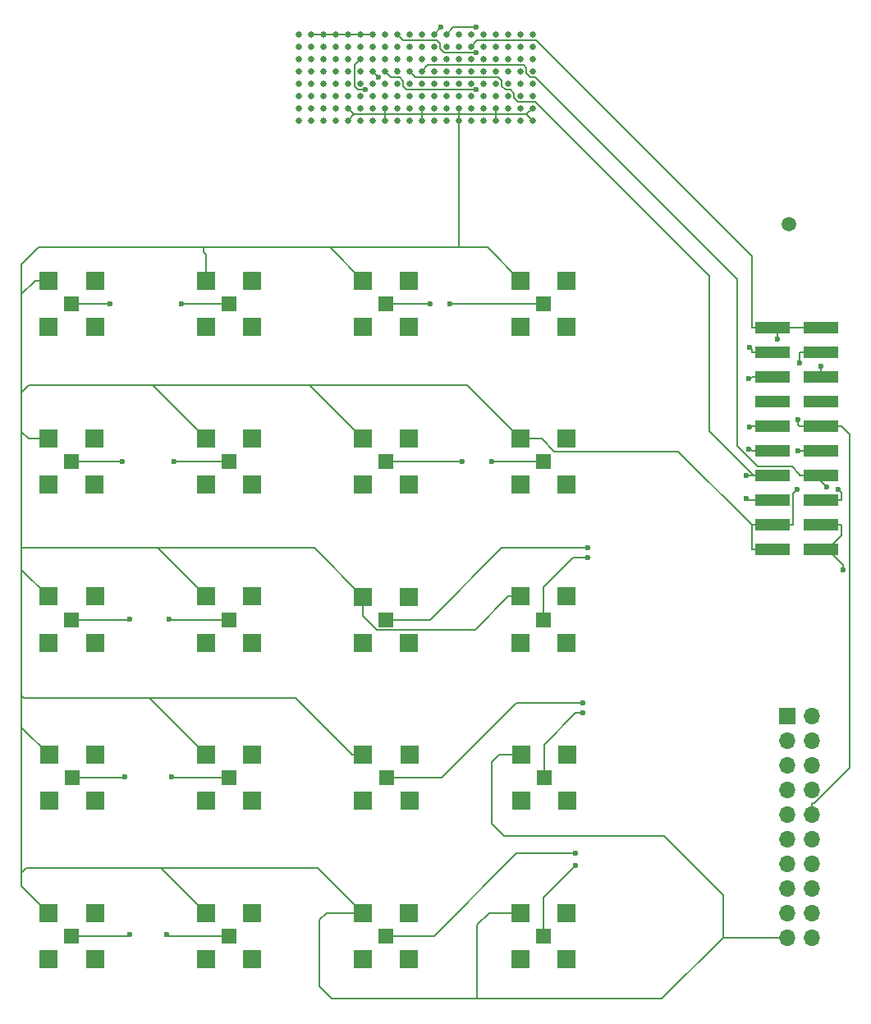
<source format=gbr>
%TF.GenerationSoftware,KiCad,Pcbnew,8.0.3*%
%TF.CreationDate,2024-07-13T21:58:22+05:30*%
%TF.ProjectId,Interpose_1,496e7465-7270-46f7-9365-5f312e6b6963,rev?*%
%TF.SameCoordinates,Original*%
%TF.FileFunction,Copper,L1,Top*%
%TF.FilePolarity,Positive*%
%FSLAX46Y46*%
G04 Gerber Fmt 4.6, Leading zero omitted, Abs format (unit mm)*
G04 Created by KiCad (PCBNEW 8.0.3) date 2024-07-13 21:58:22*
%MOMM*%
%LPD*%
G01*
G04 APERTURE LIST*
%TA.AperFunction,ComponentPad*%
%ADD10R,1.700000X1.700000*%
%TD*%
%TA.AperFunction,ComponentPad*%
%ADD11O,1.700000X1.700000*%
%TD*%
%TA.AperFunction,SMDPad,CuDef*%
%ADD12R,1.520000X1.520000*%
%TD*%
%TA.AperFunction,SMDPad,CuDef*%
%ADD13R,1.905000X1.905000*%
%TD*%
%TA.AperFunction,ComponentPad*%
%ADD14C,1.500000*%
%TD*%
%TA.AperFunction,SMDPad,CuDef*%
%ADD15R,3.680000X1.270000*%
%TD*%
%TA.AperFunction,SMDPad,CuDef*%
%ADD16C,0.640000*%
%TD*%
%TA.AperFunction,ViaPad*%
%ADD17C,0.600000*%
%TD*%
%TA.AperFunction,Conductor*%
%ADD18C,0.200000*%
%TD*%
G04 APERTURE END LIST*
D10*
%TO.P,J3,1,Pin_1*%
%TO.N,L2M_DISP*%
X146252000Y-103420000D03*
D11*
%TO.P,J3,2,Pin_2*%
X148792000Y-103420000D03*
%TO.P,J3,3,Pin_3*%
%TO.N,DISP0_VCI*%
X146252000Y-105960000D03*
%TO.P,J3,4,Pin_4*%
%TO.N,DISP1_VCI*%
X148792000Y-105960000D03*
%TO.P,J3,5,Pin_5*%
%TO.N,DISP0_VDDI*%
X146252000Y-108500000D03*
%TO.P,J3,6,Pin_6*%
%TO.N,DISP1_VDDI*%
X148792000Y-108500000D03*
%TO.P,J3,7,Pin_7*%
%TO.N,unconnected-(J3-Pin_7-Pad7)*%
X146252000Y-111040000D03*
%TO.P,J3,8,Pin_8*%
%TO.N,unconnected-(J3-Pin_8-Pad8)*%
X148792000Y-111040000D03*
%TO.P,J3,9,Pin_9*%
%TO.N,DISP0_RST*%
X146252000Y-113580000D03*
%TO.P,J3,10,Pin_10*%
%TO.N,DISP1_RST*%
X148792000Y-113580000D03*
%TO.P,J3,11,Pin_11*%
%TO.N,DISP0_BUCK_EN*%
X146252000Y-116120000D03*
%TO.P,J3,12,Pin_12*%
%TO.N,DISP1_BUCK_VSEL*%
X148792000Y-116120000D03*
%TO.P,J3,13,Pin_13*%
%TO.N,DISP0_TE*%
X146252000Y-118660000D03*
%TO.P,J3,14,Pin_14*%
%TO.N,DISP1_TE*%
X148792000Y-118660000D03*
%TO.P,J3,15,Pin_15*%
%TO.N,DISP0_TOUT*%
X146252000Y-121200000D03*
%TO.P,J3,16,Pin_16*%
%TO.N,DISP1_TOUT*%
X148792000Y-121200000D03*
%TO.P,J3,17,Pin_17*%
%TO.N,GND*%
X146252000Y-123740000D03*
%TO.P,J3,18,Pin_18*%
%TO.N,VSYS_PWR*%
X148792000Y-123740000D03*
%TO.P,J3,19,Pin_19*%
%TO.N,GND*%
X146252000Y-126280000D03*
%TO.P,J3,20,Pin_20*%
%TO.N,VSYS_PWR*%
X148792000Y-126280000D03*
%TD*%
D12*
%TO.P,J23,1*%
%TO.N,DSI1_LN3_N*%
X121148000Y-126124000D03*
D13*
%TO.P,J23,S1*%
%TO.N,GND*%
X118773000Y-123749000D03*
%TO.P,J23,S2*%
%TO.N,N/C*%
X123523000Y-123749000D03*
%TO.P,J23,S3*%
X123523000Y-128499000D03*
%TO.P,J23,S4*%
X118773000Y-128499000D03*
%TD*%
D12*
%TO.P,J22,1*%
%TO.N,DSI1_LN3_P*%
X104877000Y-126132000D03*
D13*
%TO.P,J22,S1*%
%TO.N,GND*%
X102502000Y-123757000D03*
%TO.P,J22,S2*%
%TO.N,N/C*%
X107252000Y-123757000D03*
%TO.P,J22,S3*%
X107252000Y-128507000D03*
%TO.P,J22,S4*%
X102502000Y-128507000D03*
%TD*%
D12*
%TO.P,J21,1*%
%TO.N,DSI1_LN2_N*%
X121177000Y-109816000D03*
D13*
%TO.P,J21,S1*%
%TO.N,GND*%
X118802000Y-107441000D03*
%TO.P,J21,S2*%
%TO.N,N/C*%
X123552000Y-107441000D03*
%TO.P,J21,S3*%
X123552000Y-112191000D03*
%TO.P,J21,S4*%
X118802000Y-112191000D03*
%TD*%
D12*
%TO.P,J20,1*%
%TO.N,DSI1_LN2_P*%
X104906000Y-109824000D03*
D13*
%TO.P,J20,S1*%
%TO.N,GND*%
X102531000Y-107449000D03*
%TO.P,J20,S2*%
%TO.N,N/C*%
X107281000Y-107449000D03*
%TO.P,J20,S3*%
X107281000Y-112199000D03*
%TO.P,J20,S4*%
X102531000Y-112199000D03*
%TD*%
D12*
%TO.P,J19,1*%
%TO.N,DSI1_CLK_N*%
X121148000Y-93508000D03*
D13*
%TO.P,J19,S1*%
%TO.N,GND*%
X118773000Y-91133000D03*
%TO.P,J19,S2*%
%TO.N,N/C*%
X123523000Y-91133000D03*
%TO.P,J19,S3*%
X123523000Y-95883000D03*
%TO.P,J19,S4*%
X118773000Y-95883000D03*
%TD*%
D12*
%TO.P,J18,1*%
%TO.N,DSI1_CLK_P*%
X104877000Y-93516000D03*
D13*
%TO.P,J18,S1*%
%TO.N,GND*%
X102502000Y-91141000D03*
%TO.P,J18,S2*%
%TO.N,N/C*%
X107252000Y-91141000D03*
%TO.P,J18,S3*%
X107252000Y-95891000D03*
%TO.P,J18,S4*%
X102502000Y-95891000D03*
%TD*%
D12*
%TO.P,J17,1*%
%TO.N,DSI1_LN0_N*%
X121119000Y-77224000D03*
D13*
%TO.P,J17,S1*%
%TO.N,GND*%
X118744000Y-74849000D03*
%TO.P,J17,S2*%
%TO.N,N/C*%
X123494000Y-74849000D03*
%TO.P,J17,S3*%
X123494000Y-79599000D03*
%TO.P,J17,S4*%
X118744000Y-79599000D03*
%TD*%
D12*
%TO.P,J16,1*%
%TO.N,DSI1_LN0_P*%
X104848000Y-77232000D03*
D13*
%TO.P,J16,S1*%
%TO.N,GND*%
X102473000Y-74857000D03*
%TO.P,J16,S2*%
%TO.N,N/C*%
X107223000Y-74857000D03*
%TO.P,J16,S3*%
X107223000Y-79607000D03*
%TO.P,J16,S4*%
X102473000Y-79607000D03*
%TD*%
D12*
%TO.P,J15,1*%
%TO.N,DSI1_LN1_N*%
X121148000Y-60916000D03*
D13*
%TO.P,J15,S1*%
%TO.N,GND*%
X118773000Y-58541000D03*
%TO.P,J15,S2*%
%TO.N,N/C*%
X123523000Y-58541000D03*
%TO.P,J15,S3*%
X123523000Y-63291000D03*
%TO.P,J15,S4*%
X118773000Y-63291000D03*
%TD*%
D12*
%TO.P,J14,1*%
%TO.N,DSI1_LN1_P*%
X104877000Y-60924000D03*
D13*
%TO.P,J14,S1*%
%TO.N,GND*%
X102502000Y-58549000D03*
%TO.P,J14,S2*%
%TO.N,N/C*%
X107252000Y-58549000D03*
%TO.P,J14,S3*%
X107252000Y-63299000D03*
%TO.P,J14,S4*%
X102502000Y-63299000D03*
%TD*%
%TO.P,J5,S1*%
%TO.N,GND*%
X86323000Y-58541000D03*
%TO.P,J5,S2*%
%TO.N,N/C*%
X91073000Y-58541000D03*
%TO.P,J5,S4*%
X86323000Y-63291000D03*
%TO.P,J5,S3*%
X91073000Y-63291000D03*
D12*
%TO.P,J5,1*%
%TO.N,DSI0_LN1_N*%
X88698000Y-60916000D03*
%TD*%
D13*
%TO.P,J13,S1*%
%TO.N,GND*%
X86323000Y-123749000D03*
%TO.P,J13,S2*%
%TO.N,N/C*%
X91073000Y-123749000D03*
%TO.P,J13,S4*%
X86323000Y-128499000D03*
%TO.P,J13,S3*%
X91073000Y-128499000D03*
D12*
%TO.P,J13,1*%
%TO.N,DSI0_LN3_N*%
X88698000Y-126124000D03*
%TD*%
%TO.P,J12,1*%
%TO.N,DSI0_LN3_P*%
X72477000Y-126124000D03*
D13*
%TO.P,J12,S3*%
%TO.N,N/C*%
X74852000Y-128499000D03*
%TO.P,J12,S4*%
X70102000Y-128499000D03*
%TO.P,J12,S2*%
X74852000Y-123749000D03*
%TO.P,J12,S1*%
%TO.N,GND*%
X70102000Y-123749000D03*
%TD*%
%TO.P,J11,S1*%
%TO.N,GND*%
X86352000Y-107441000D03*
%TO.P,J11,S2*%
%TO.N,N/C*%
X91102000Y-107441000D03*
%TO.P,J11,S4*%
X86352000Y-112191000D03*
%TO.P,J11,S3*%
X91102000Y-112191000D03*
D12*
%TO.P,J11,1*%
%TO.N,DSI0_LN2_N*%
X88727000Y-109816000D03*
%TD*%
%TO.P,J10,1*%
%TO.N,DSI0_LN2_P*%
X72506000Y-109816000D03*
D13*
%TO.P,J10,S3*%
%TO.N,N/C*%
X74881000Y-112191000D03*
%TO.P,J10,S4*%
X70131000Y-112191000D03*
%TO.P,J10,S2*%
X74881000Y-107441000D03*
%TO.P,J10,S1*%
%TO.N,GND*%
X70131000Y-107441000D03*
%TD*%
%TO.P,J9,S1*%
%TO.N,GND*%
X86323000Y-91133000D03*
%TO.P,J9,S2*%
%TO.N,N/C*%
X91073000Y-91133000D03*
%TO.P,J9,S4*%
X86323000Y-95883000D03*
%TO.P,J9,S3*%
X91073000Y-95883000D03*
D12*
%TO.P,J9,1*%
%TO.N,DSI0_CLK_N*%
X88698000Y-93508000D03*
%TD*%
%TO.P,J8,1*%
%TO.N,DSI0_CLK_P*%
X72477000Y-93508000D03*
D13*
%TO.P,J8,S3*%
%TO.N,N/C*%
X74852000Y-95883000D03*
%TO.P,J8,S4*%
X70102000Y-95883000D03*
%TO.P,J8,S2*%
X74852000Y-91133000D03*
%TO.P,J8,S1*%
%TO.N,GND*%
X70102000Y-91133000D03*
%TD*%
%TO.P,J7,S1*%
%TO.N,GND*%
X86294000Y-74849000D03*
%TO.P,J7,S2*%
%TO.N,N/C*%
X91044000Y-74849000D03*
%TO.P,J7,S4*%
X86294000Y-79599000D03*
%TO.P,J7,S3*%
X91044000Y-79599000D03*
D12*
%TO.P,J7,1*%
%TO.N,DSI0_LN0_N*%
X88669000Y-77224000D03*
%TD*%
%TO.P,J6,1*%
%TO.N,DSI0_LN0_P*%
X72448000Y-77224000D03*
D13*
%TO.P,J6,S3*%
%TO.N,N/C*%
X74823000Y-79599000D03*
%TO.P,J6,S4*%
X70073000Y-79599000D03*
%TO.P,J6,S2*%
X74823000Y-74849000D03*
%TO.P,J6,S1*%
%TO.N,GND*%
X70073000Y-74849000D03*
%TD*%
D12*
%TO.P,J4,1*%
%TO.N,DSI0_LN1_P*%
X72477000Y-60916000D03*
D13*
%TO.P,J4,S3*%
%TO.N,N/C*%
X74852000Y-63291000D03*
%TO.P,J4,S4*%
X70102000Y-63291000D03*
%TO.P,J4,S2*%
X74852000Y-58541000D03*
%TO.P,J4,S1*%
%TO.N,GND*%
X70102000Y-58541000D03*
%TD*%
D14*
%TO.P,TP1,1,1*%
%TO.N,GND*%
X146452000Y-52720000D03*
%TD*%
D15*
%TO.P,J2,01,01*%
%TO.N,L2M_DISP*%
X144752000Y-63440000D03*
%TO.P,J2,02,02*%
X149702000Y-63440000D03*
%TO.P,J2,03,03*%
%TO.N,DISP0_VCI*%
X144752000Y-65980000D03*
%TO.P,J2,04,04*%
%TO.N,DISP1_VCI*%
X149702000Y-65980000D03*
%TO.P,J2,05,05*%
%TO.N,DISP0_VDDI*%
X144752000Y-68520000D03*
%TO.P,J2,06,06*%
%TO.N,DISP1_VDDI*%
X149702000Y-68520000D03*
%TO.P,J2,07,07*%
%TO.N,unconnected-(J2-Pad07)*%
X144752000Y-71060000D03*
%TO.P,J2,08,08*%
%TO.N,unconnected-(J2-Pad08)*%
X149702000Y-71060000D03*
%TO.P,J2,09,09*%
%TO.N,DISP0_RST*%
X144752000Y-73600000D03*
%TO.P,J2,10,10*%
%TO.N,DISP1_RST*%
X149702000Y-73600000D03*
%TO.P,J2,11,11*%
%TO.N,DISP0_BUCK_EN*%
X144752000Y-76140000D03*
%TO.P,J2,12,12*%
%TO.N,DISP1_BUCK_VSEL*%
X149702000Y-76140000D03*
%TO.P,J2,13,13*%
%TO.N,DISP0_TE*%
X144752000Y-78680000D03*
%TO.P,J2,14,14*%
%TO.N,DISP1_TE*%
X149702000Y-78680000D03*
%TO.P,J2,15,15*%
%TO.N,DISP0_TOUT*%
X144752000Y-81220000D03*
%TO.P,J2,16,16*%
%TO.N,DISP1_TOUT*%
X149702000Y-81220000D03*
%TO.P,J2,17,17*%
%TO.N,GND*%
X144752000Y-83760000D03*
%TO.P,J2,18,18*%
%TO.N,VSYS_PWR*%
X149702000Y-83760000D03*
%TO.P,J2,19,19*%
%TO.N,GND*%
X144752000Y-86300000D03*
%TO.P,J2,20,20*%
%TO.N,VSYS_PWR*%
X149702000Y-86300000D03*
%TD*%
D16*
%TO.P,J1,A1,A1*%
%TO.N,unconnected-(J1-PadA1)*%
X95882000Y-33140000D03*
%TO.P,J1,A2,A2*%
%TO.N,VSYS_PWR*%
X97152000Y-33140000D03*
%TO.P,J1,A3,A3*%
X98422000Y-33140000D03*
%TO.P,J1,A4,A4*%
X99692000Y-33140000D03*
%TO.P,J1,A5,A5*%
X100962000Y-33140000D03*
%TO.P,J1,A6,A6*%
X102232000Y-33140000D03*
%TO.P,J1,A7,A7*%
X103502000Y-33140000D03*
%TO.P,J1,A8,A8*%
%TO.N,unconnected-(J1-PadA8)*%
X104772000Y-33140000D03*
%TO.P,J1,A9,A9*%
%TO.N,DISP0_VCI*%
X106042000Y-33140000D03*
%TO.P,J1,A10,A10*%
%TO.N,DISP1_VCI*%
X107312000Y-33140000D03*
%TO.P,J1,A11,A11*%
%TO.N,unconnected-(J1-PadA11)*%
X108582000Y-33140000D03*
%TO.P,J1,A12,A12*%
%TO.N,DISP0_VDDI*%
X109852000Y-33140000D03*
%TO.P,J1,A13,A13*%
%TO.N,DISP1_VDDI*%
X111122000Y-33140000D03*
%TO.P,J1,A14,A14*%
%TO.N,unconnected-(J1-PadA14)*%
X112392000Y-33140000D03*
%TO.P,J1,A15,A15*%
%TO.N,unconnected-(J1-PadA15)*%
X113662000Y-33140000D03*
%TO.P,J1,A16,A16*%
%TO.N,unconnected-(J1-PadA16)*%
X114932000Y-33140000D03*
%TO.P,J1,A17,A17*%
%TO.N,unconnected-(J1-PadA17)*%
X116202000Y-33140000D03*
%TO.P,J1,A18,A18*%
%TO.N,unconnected-(J1-PadA18)*%
X117472000Y-33140000D03*
%TO.P,J1,A19,A19*%
%TO.N,unconnected-(J1-PadA19)*%
X118742000Y-33140000D03*
%TO.P,J1,A20,A20*%
%TO.N,unconnected-(J1-PadA20)*%
X120012000Y-33140000D03*
%TO.P,J1,B1,B1*%
%TO.N,unconnected-(J1-PadB1)*%
X95882000Y-34410000D03*
%TO.P,J1,B2,B2*%
%TO.N,unconnected-(J1-PadB2)*%
X97152000Y-34410000D03*
%TO.P,J1,B3,B3*%
%TO.N,unconnected-(J1-PadB3)*%
X98422000Y-34410000D03*
%TO.P,J1,B4,B4*%
%TO.N,unconnected-(J1-PadB4)*%
X99692000Y-34410000D03*
%TO.P,J1,B5,B5*%
%TO.N,unconnected-(J1-PadB5)*%
X100962000Y-34410000D03*
%TO.P,J1,B6,B6*%
%TO.N,unconnected-(J1-PadB6)*%
X102232000Y-34410000D03*
%TO.P,J1,B7,B7*%
%TO.N,unconnected-(J1-PadB7)*%
X103502000Y-34410000D03*
%TO.P,J1,B8,B8*%
%TO.N,unconnected-(J1-PadB8)*%
X104772000Y-34410000D03*
%TO.P,J1,B9,B9*%
%TO.N,unconnected-(J1-PadB9)*%
X106042000Y-34410000D03*
%TO.P,J1,B10,B10*%
%TO.N,unconnected-(J1-PadB10)*%
X107312000Y-34410000D03*
%TO.P,J1,B11,B11*%
%TO.N,unconnected-(J1-PadB11)*%
X108582000Y-34410000D03*
%TO.P,J1,B12,B12*%
%TO.N,unconnected-(J1-PadB12)*%
X109852000Y-34410000D03*
%TO.P,J1,B13,B13*%
%TO.N,unconnected-(J1-PadB13)*%
X111122000Y-34410000D03*
%TO.P,J1,B14,B14*%
%TO.N,unconnected-(J1-PadB14)*%
X112392000Y-34410000D03*
%TO.P,J1,B15,B15*%
%TO.N,L2M_DISP*%
X113662000Y-34410000D03*
%TO.P,J1,B16,B16*%
%TO.N,unconnected-(J1-PadB16)*%
X114932000Y-34410000D03*
%TO.P,J1,B17,B17*%
%TO.N,unconnected-(J1-PadB17)*%
X116202000Y-34410000D03*
%TO.P,J1,B18,B18*%
%TO.N,unconnected-(J1-PadB18)*%
X117472000Y-34410000D03*
%TO.P,J1,B19,B19*%
%TO.N,unconnected-(J1-PadB19)*%
X118742000Y-34410000D03*
%TO.P,J1,B20,B20*%
%TO.N,unconnected-(J1-PadB20)*%
X120012000Y-34410000D03*
%TO.P,J1,C1,C1*%
%TO.N,unconnected-(J1-PadC1)*%
X95882000Y-35680000D03*
%TO.P,J1,C2,C2*%
%TO.N,unconnected-(J1-PadC2)*%
X97152000Y-35680000D03*
%TO.P,J1,C3,C3*%
%TO.N,unconnected-(J1-PadC3)*%
X98422000Y-35680000D03*
%TO.P,J1,C4,C4*%
%TO.N,DISP0_BUCK_EN*%
X99692000Y-35680000D03*
%TO.P,J1,C5,C5*%
%TO.N,unconnected-(J1-PadC5)*%
X100962000Y-35680000D03*
%TO.P,J1,C6,C6*%
%TO.N,DISP1_BUCK_VSEL*%
X102232000Y-35680000D03*
%TO.P,J1,C7,C7*%
%TO.N,unconnected-(J1-PadC7)*%
X103502000Y-35680000D03*
%TO.P,J1,C8,C8*%
%TO.N,unconnected-(J1-PadC8)*%
X104772000Y-35680000D03*
%TO.P,J1,C9,C9*%
%TO.N,unconnected-(J1-PadC9)*%
X106042000Y-35680000D03*
%TO.P,J1,C10,C10*%
%TO.N,unconnected-(J1-PadC10)*%
X107312000Y-35680000D03*
%TO.P,J1,C11,C11*%
%TO.N,unconnected-(J1-PadC11)*%
X108582000Y-35680000D03*
%TO.P,J1,C12,C12*%
%TO.N,unconnected-(J1-PadC12)*%
X109852000Y-35680000D03*
%TO.P,J1,C13,C13*%
%TO.N,unconnected-(J1-PadC13)*%
X111122000Y-35680000D03*
%TO.P,J1,C14,C14*%
%TO.N,unconnected-(J1-PadC14)*%
X112392000Y-35680000D03*
%TO.P,J1,C15,C15*%
%TO.N,unconnected-(J1-PadC15)*%
X113662000Y-35680000D03*
%TO.P,J1,C16,C16*%
%TO.N,unconnected-(J1-PadC16)*%
X114932000Y-35680000D03*
%TO.P,J1,C17,C17*%
%TO.N,unconnected-(J1-PadC17)*%
X116202000Y-35680000D03*
%TO.P,J1,C18,C18*%
%TO.N,DISP0_THERM*%
X117472000Y-35680000D03*
%TO.P,J1,C19,C19*%
%TO.N,unconnected-(J1-PadC19)*%
X118742000Y-35680000D03*
%TO.P,J1,C20,C20*%
%TO.N,unconnected-(J1-PadC20)*%
X120012000Y-35680000D03*
%TO.P,J1,D1,D1*%
%TO.N,unconnected-(J1-PadD1)*%
X95882000Y-36950000D03*
%TO.P,J1,D2,D2*%
%TO.N,unconnected-(J1-PadD2)*%
X97152000Y-36950000D03*
%TO.P,J1,D3,D3*%
%TO.N,unconnected-(J1-PadD3)*%
X98422000Y-36950000D03*
%TO.P,J1,D4,D4*%
%TO.N,unconnected-(J1-PadD4)*%
X99692000Y-36950000D03*
%TO.P,J1,D5,D5*%
%TO.N,unconnected-(J1-PadD5)*%
X100962000Y-36950000D03*
%TO.P,J1,D6,D6*%
%TO.N,DISP0_RST*%
X102232000Y-36950000D03*
%TO.P,J1,D7,D7*%
%TO.N,DISP1_RST*%
X103502000Y-36950000D03*
%TO.P,J1,D8,D8*%
%TO.N,DISP0_TOUT*%
X104772000Y-36950000D03*
%TO.P,J1,D9,D9*%
%TO.N,DISP1_TOUT*%
X106042000Y-36950000D03*
%TO.P,J1,D10,D10*%
%TO.N,DISP0_TE*%
X107312000Y-36950000D03*
%TO.P,J1,D11,D11*%
%TO.N,DISP1_TE*%
X108582000Y-36950000D03*
%TO.P,J1,D12,D12*%
%TO.N,unconnected-(J1-PadD12)*%
X109852000Y-36950000D03*
%TO.P,J1,D13,D13*%
%TO.N,unconnected-(J1-PadD13)*%
X111122000Y-36950000D03*
%TO.P,J1,D14,D14*%
%TO.N,unconnected-(J1-PadD14)*%
X112392000Y-36950000D03*
%TO.P,J1,D15,D15*%
%TO.N,unconnected-(J1-PadD15)*%
X113662000Y-36950000D03*
%TO.P,J1,D16,D16*%
%TO.N,unconnected-(J1-PadD16)*%
X114932000Y-36950000D03*
%TO.P,J1,D17,D17*%
%TO.N,unconnected-(J1-PadD17)*%
X116202000Y-36950000D03*
%TO.P,J1,D18,D18*%
%TO.N,unconnected-(J1-PadD18)*%
X117472000Y-36950000D03*
%TO.P,J1,D19,D19*%
%TO.N,unconnected-(J1-PadD19)*%
X118742000Y-36950000D03*
%TO.P,J1,D20,D20*%
%TO.N,unconnected-(J1-PadD20)*%
X120012000Y-36950000D03*
%TO.P,J1,E1,E1*%
%TO.N,unconnected-(J1-PadE1)*%
X95882000Y-38220000D03*
%TO.P,J1,E2,E2*%
%TO.N,unconnected-(J1-PadE2)*%
X97152000Y-38220000D03*
%TO.P,J1,E3,E3*%
%TO.N,unconnected-(J1-PadE3)*%
X98422000Y-38220000D03*
%TO.P,J1,E4,E4*%
%TO.N,unconnected-(J1-PadE4)*%
X99692000Y-38220000D03*
%TO.P,J1,E5,E5*%
%TO.N,unconnected-(J1-PadE5)*%
X100962000Y-38220000D03*
%TO.P,J1,E6,E6*%
%TO.N,unconnected-(J1-PadE6)*%
X102232000Y-38220000D03*
%TO.P,J1,E7,E7*%
%TO.N,unconnected-(J1-PadE7)*%
X103502000Y-38220000D03*
%TO.P,J1,E8,E8*%
%TO.N,unconnected-(J1-PadE8)*%
X104772000Y-38220000D03*
%TO.P,J1,E9,E9*%
%TO.N,unconnected-(J1-PadE9)*%
X106042000Y-38220000D03*
%TO.P,J1,E10,E10*%
%TO.N,unconnected-(J1-PadE10)*%
X107312000Y-38220000D03*
%TO.P,J1,E11,E11*%
%TO.N,unconnected-(J1-PadE11)*%
X108582000Y-38220000D03*
%TO.P,J1,E12,E12*%
%TO.N,unconnected-(J1-PadE12)*%
X109852000Y-38220000D03*
%TO.P,J1,E13,E13*%
%TO.N,unconnected-(J1-PadE13)*%
X111122000Y-38220000D03*
%TO.P,J1,E14,E14*%
%TO.N,unconnected-(J1-PadE14)*%
X112392000Y-38220000D03*
%TO.P,J1,E15,E15*%
%TO.N,unconnected-(J1-PadE15)*%
X113662000Y-38220000D03*
%TO.P,J1,E16,E16*%
%TO.N,unconnected-(J1-PadE16)*%
X114932000Y-38220000D03*
%TO.P,J1,E17,E17*%
%TO.N,unconnected-(J1-PadE17)*%
X116202000Y-38220000D03*
%TO.P,J1,E18,E18*%
%TO.N,unconnected-(J1-PadE18)*%
X117472000Y-38220000D03*
%TO.P,J1,E19,E19*%
%TO.N,unconnected-(J1-PadE19)*%
X118742000Y-38220000D03*
%TO.P,J1,E20,E20*%
%TO.N,unconnected-(J1-PadE20)*%
X120012000Y-38220000D03*
%TO.P,J1,F1,F1*%
%TO.N,unconnected-(J1-PadF1)*%
X95882000Y-39490000D03*
%TO.P,J1,F2,F2*%
%TO.N,unconnected-(J1-PadF2)*%
X97152000Y-39490000D03*
%TO.P,J1,F3,F3*%
%TO.N,unconnected-(J1-PadF3)*%
X98422000Y-39490000D03*
%TO.P,J1,F4,F4*%
%TO.N,unconnected-(J1-PadF4)*%
X99692000Y-39490000D03*
%TO.P,J1,F5,F5*%
%TO.N,unconnected-(J1-PadF5)*%
X100962000Y-39490000D03*
%TO.P,J1,F6,F6*%
%TO.N,unconnected-(J1-PadF6)*%
X102232000Y-39490000D03*
%TO.P,J1,F7,F7*%
%TO.N,unconnected-(J1-PadF7)*%
X103502000Y-39490000D03*
%TO.P,J1,F8,F8*%
%TO.N,unconnected-(J1-PadF8)*%
X104772000Y-39490000D03*
%TO.P,J1,F9,F9*%
%TO.N,unconnected-(J1-PadF9)*%
X106042000Y-39490000D03*
%TO.P,J1,F10,F10*%
%TO.N,unconnected-(J1-PadF10)*%
X107312000Y-39490000D03*
%TO.P,J1,F11,F11*%
%TO.N,unconnected-(J1-PadF11)*%
X108582000Y-39490000D03*
%TO.P,J1,F12,F12*%
%TO.N,unconnected-(J1-PadF12)*%
X109852000Y-39490000D03*
%TO.P,J1,F13,F13*%
%TO.N,unconnected-(J1-PadF13)*%
X111122000Y-39490000D03*
%TO.P,J1,F14,F14*%
%TO.N,unconnected-(J1-PadF14)*%
X112392000Y-39490000D03*
%TO.P,J1,F15,F15*%
%TO.N,unconnected-(J1-PadF15)*%
X113662000Y-39490000D03*
%TO.P,J1,F16,F16*%
%TO.N,unconnected-(J1-PadF16)*%
X114932000Y-39490000D03*
%TO.P,J1,F17,F17*%
%TO.N,unconnected-(J1-PadF17)*%
X116202000Y-39490000D03*
%TO.P,J1,F18,F18*%
%TO.N,unconnected-(J1-PadF18)*%
X117472000Y-39490000D03*
%TO.P,J1,F19,F19*%
%TO.N,unconnected-(J1-PadF19)*%
X118742000Y-39490000D03*
%TO.P,J1,F20,F20*%
%TO.N,unconnected-(J1-PadF20)*%
X120012000Y-39490000D03*
%TO.P,J1,G1,G1*%
%TO.N,unconnected-(J1-PadG1)*%
X95882000Y-40760000D03*
%TO.P,J1,G2,G2*%
%TO.N,unconnected-(J1-PadG2)*%
X97152000Y-40760000D03*
%TO.P,J1,G3,G3*%
%TO.N,unconnected-(J1-PadG3)*%
X98422000Y-40760000D03*
%TO.P,J1,G4,G4*%
%TO.N,unconnected-(J1-PadG4)*%
X99692000Y-40760000D03*
%TO.P,J1,G5,G5*%
%TO.N,GND*%
X100962000Y-40760000D03*
%TO.P,J1,G6,G6*%
%TO.N,DSI1_LN1_P*%
X102232000Y-40760000D03*
%TO.P,J1,G7,G7*%
%TO.N,DSI1_LN1_N*%
X103502000Y-40760000D03*
%TO.P,J1,G8,G8*%
%TO.N,GND*%
X104772000Y-40760000D03*
%TO.P,J1,G9,G9*%
%TO.N,DSI1_LN0_P*%
X106042000Y-40760000D03*
%TO.P,J1,G10,G10*%
%TO.N,DSI1_LN0_N*%
X107312000Y-40760000D03*
%TO.P,J1,G11,G11*%
%TO.N,GND*%
X108582000Y-40760000D03*
%TO.P,J1,G12,G12*%
%TO.N,DSI1_CLK_P*%
X109852000Y-40760000D03*
%TO.P,J1,G13,G13*%
%TO.N,DSI1_CLK_N*%
X111122000Y-40760000D03*
%TO.P,J1,G14,G14*%
%TO.N,GND*%
X112392000Y-40760000D03*
%TO.P,J1,G15,G15*%
%TO.N,DSI1_LN2_P*%
X113662000Y-40760000D03*
%TO.P,J1,G16,G16*%
%TO.N,DSI1_LN2_N*%
X114932000Y-40760000D03*
%TO.P,J1,G17,G17*%
%TO.N,GND*%
X116202000Y-40760000D03*
%TO.P,J1,G18,G18*%
%TO.N,DSI1_LN3_P*%
X117472000Y-40760000D03*
%TO.P,J1,G19,G19*%
%TO.N,DSI1_LN3_N*%
X118742000Y-40760000D03*
%TO.P,J1,G20,G20*%
%TO.N,GND*%
X120012000Y-40760000D03*
%TO.P,J1,H1,H1*%
%TO.N,unconnected-(J1-PadH1)*%
X95882000Y-42030000D03*
%TO.P,J1,H2,H2*%
%TO.N,unconnected-(J1-PadH2)*%
X97152000Y-42030000D03*
%TO.P,J1,H3,H3*%
%TO.N,unconnected-(J1-PadH3)*%
X98422000Y-42030000D03*
%TO.P,J1,H4,H4*%
%TO.N,unconnected-(J1-PadH4)*%
X99692000Y-42030000D03*
%TO.P,J1,H5,H5*%
%TO.N,GND*%
X100962000Y-42030000D03*
%TO.P,J1,H6,H6*%
%TO.N,DSI0_LN1_P*%
X102232000Y-42030000D03*
%TO.P,J1,H7,H7*%
%TO.N,DSI0_LN1_N*%
X103502000Y-42030000D03*
%TO.P,J1,H8,H8*%
%TO.N,GND*%
X104772000Y-42030000D03*
%TO.P,J1,H9,H9*%
%TO.N,DSI0_LN0_P*%
X106042000Y-42030000D03*
%TO.P,J1,H10,H10*%
%TO.N,DSI0_LN0_N*%
X107312000Y-42030000D03*
%TO.P,J1,H11,H11*%
%TO.N,GND*%
X108582000Y-42030000D03*
%TO.P,J1,H12,H12*%
%TO.N,DSI0_CLK_P*%
X109852000Y-42030000D03*
%TO.P,J1,H13,H13*%
%TO.N,DSI0_CLK_N*%
X111122000Y-42030000D03*
%TO.P,J1,H14,H14*%
%TO.N,GND*%
X112392000Y-42030000D03*
%TO.P,J1,H15,H15*%
%TO.N,DSI0_LN2_P*%
X113662000Y-42030000D03*
%TO.P,J1,H16,H16*%
%TO.N,DSI0_LN2_N*%
X114932000Y-42030000D03*
%TO.P,J1,H17,H17*%
%TO.N,GND*%
X116202000Y-42030000D03*
%TO.P,J1,H18,H18*%
%TO.N,DSI0_LN3_P*%
X117472000Y-42030000D03*
%TO.P,J1,H19,H19*%
%TO.N,DSI0_LN3_N*%
X118742000Y-42030000D03*
%TO.P,J1,H20,H20*%
%TO.N,GND*%
X120012000Y-42030000D03*
%TD*%
D17*
%TO.N,DSI1_LN2_N*%
X114932000Y-40760000D03*
X125222000Y-103124000D03*
%TO.N,DSI1_CLK_N*%
X111122000Y-40760000D03*
X125730000Y-87122000D03*
%TO.N,DSI1_LN3_N*%
X118742000Y-40760000D03*
X124460000Y-118872000D03*
%TO.N,DSI1_LN3_P*%
X117472000Y-40760000D03*
X124460000Y-117602000D03*
%TO.N,DSI1_LN2_P*%
X113662000Y-40760000D03*
X125222000Y-102108000D03*
%TO.N,DSI1_CLK_P*%
X109852000Y-40760000D03*
X125730000Y-86106000D03*
%TO.N,DSI0_LN1_P*%
X102232000Y-42030000D03*
X76454000Y-60960000D03*
%TO.N,DSI0_CLK_N*%
X111122000Y-42030000D03*
X82550000Y-93472000D03*
%TO.N,DSI0_LN2_N*%
X114932000Y-42030000D03*
X82804000Y-109728000D03*
%TO.N,DSI0_LN0_N*%
X107312000Y-42030000D03*
X83058000Y-77216000D03*
%TO.N,DSI0_CLK_P*%
X109852000Y-42030000D03*
X78486000Y-93472000D03*
%TO.N,DSI0_LN3_P*%
X117472000Y-42030000D03*
X78486000Y-125984000D03*
%TO.N,DSI0_LN3_N*%
X118742000Y-42030000D03*
X82296000Y-125984000D03*
%TO.N,DSI0_LN1_N*%
X103502000Y-42030000D03*
X83820000Y-60960000D03*
%TO.N,DSI0_LN2_P*%
X113662000Y-42030000D03*
X77978000Y-109728000D03*
%TO.N,DSI0_LN0_P*%
X106042000Y-42030000D03*
X77724000Y-77216000D03*
%TO.N,DSI1_LN1_P*%
X102232000Y-40760000D03*
X109474000Y-60960000D03*
%TO.N,DSI1_LN1_N*%
X103502000Y-40760000D03*
X111506000Y-60960000D03*
%TO.N,DISP1_BUCK_VSEL*%
X147332000Y-76140000D03*
X102768000Y-38854900D03*
%TO.N,DISP1_TE*%
X150308000Y-79817100D03*
%TO.N,DISP0_TOUT*%
X141998000Y-81014100D03*
X114194000Y-38854900D03*
%TO.N,DISP0_VDDI*%
X142281000Y-68681400D03*
X110574000Y-32418200D03*
%TO.N,DISP0_RST*%
X142407000Y-73628300D03*
X102232000Y-36950000D03*
%TO.N,DISP0_TE*%
X142046000Y-78680000D03*
%TO.N,DISP1_TOUT*%
X106042000Y-36929300D03*
X151525000Y-80081700D03*
%TO.N,DISP1_RST*%
X104134000Y-37545300D03*
X147352000Y-72902400D03*
%TO.N,DISP0_BUCK_EN*%
X99692000Y-35680000D03*
X142281000Y-75904900D03*
%TO.N,VSYS_PWR*%
X151986000Y-88367300D03*
X103502000Y-33140000D03*
%TO.N,DISP1_VDDI*%
X114136000Y-32447600D03*
X149702000Y-67372700D03*
%TO.N,DISP1_VCI*%
X107312000Y-33140000D03*
X147560000Y-67038200D03*
%TO.N,DISP0_VCI*%
X114198000Y-35040100D03*
X142369000Y-65412000D03*
%TO.N,L2M_DISP*%
X145284000Y-64594600D03*
%TO.N,GND*%
X147320000Y-80067600D03*
%TO.N,DSI1_LN0_N*%
X107312000Y-40760000D03*
X115824000Y-77216000D03*
%TO.N,DSI1_LN0_P*%
X106042000Y-40760000D03*
X112776000Y-77216000D03*
%TD*%
D18*
%TO.N,DSI1_LN2_N*%
X124460000Y-103124000D02*
X125222000Y-103124000D01*
X121177000Y-106407000D02*
X124460000Y-103124000D01*
X121177000Y-109816000D02*
X121177000Y-106407000D01*
%TO.N,DSI1_CLK_N*%
X124206000Y-87122000D02*
X125730000Y-87122000D01*
X121148000Y-90180000D02*
X124206000Y-87122000D01*
X121148000Y-93508000D02*
X121148000Y-90180000D01*
%TO.N,DSI1_LN3_N*%
X121148000Y-122184000D02*
X124460000Y-118872000D01*
X121148000Y-126124000D02*
X121148000Y-122184000D01*
%TO.N,DSI1_LN3_P*%
X118364000Y-117602000D02*
X124460000Y-117602000D01*
X109834000Y-126132000D02*
X118364000Y-117602000D01*
X104877000Y-126132000D02*
X109834000Y-126132000D01*
%TO.N,DSI1_LN2_P*%
X118364000Y-102108000D02*
X125222000Y-102108000D01*
X110648000Y-109824000D02*
X118364000Y-102108000D01*
X104906000Y-109824000D02*
X110648000Y-109824000D01*
%TO.N,DSI1_CLK_P*%
X116840000Y-86106000D02*
X125730000Y-86106000D01*
X109430000Y-93516000D02*
X116840000Y-86106000D01*
X104877000Y-93516000D02*
X109430000Y-93516000D01*
%TO.N,DSI0_LN1_P*%
X76410000Y-60916000D02*
X76454000Y-60960000D01*
X72477000Y-60916000D02*
X76410000Y-60916000D01*
%TO.N,DSI0_CLK_N*%
X82586000Y-93508000D02*
X82550000Y-93472000D01*
X88698000Y-93508000D02*
X82586000Y-93508000D01*
%TO.N,DSI0_LN2_N*%
X82892000Y-109816000D02*
X82804000Y-109728000D01*
X88727000Y-109816000D02*
X82892000Y-109816000D01*
%TO.N,DSI0_LN0_N*%
X83066000Y-77224000D02*
X83058000Y-77216000D01*
X88669000Y-77224000D02*
X83066000Y-77224000D01*
%TO.N,DSI0_CLK_P*%
X78450000Y-93508000D02*
X78486000Y-93472000D01*
X72477000Y-93508000D02*
X78450000Y-93508000D01*
%TO.N,DSI0_LN3_P*%
X78346000Y-126124000D02*
X78486000Y-125984000D01*
X72477000Y-126124000D02*
X78346000Y-126124000D01*
%TO.N,DSI0_LN3_N*%
X82436000Y-126124000D02*
X82296000Y-125984000D01*
X88698000Y-126124000D02*
X82436000Y-126124000D01*
%TO.N,DSI0_LN1_N*%
X83864000Y-60916000D02*
X83820000Y-60960000D01*
X88698000Y-60916000D02*
X83864000Y-60916000D01*
%TO.N,DSI0_LN2_P*%
X77890000Y-109816000D02*
X77978000Y-109728000D01*
X72506000Y-109816000D02*
X77890000Y-109816000D01*
%TO.N,DSI0_LN0_P*%
X77716000Y-77224000D02*
X77724000Y-77216000D01*
X72448000Y-77224000D02*
X77716000Y-77224000D01*
%TO.N,DSI1_LN1_P*%
X109438000Y-60924000D02*
X109474000Y-60960000D01*
X104877000Y-60924000D02*
X109438000Y-60924000D01*
%TO.N,DSI1_LN1_N*%
X111550000Y-60916000D02*
X121148000Y-60916000D01*
X111506000Y-60960000D02*
X111550000Y-60916000D01*
%TO.N,DISP1_BUCK_VSEL*%
X101983000Y-38854900D02*
X102768000Y-38854900D01*
X101610000Y-38482200D02*
X101983000Y-38854900D01*
X101610000Y-36301700D02*
X101610000Y-38482200D01*
X102232000Y-35680000D02*
X101610000Y-36301700D01*
X149702000Y-76140000D02*
X147332000Y-76140000D01*
%TO.N,DISP1_TE*%
X147560000Y-78680000D02*
X149702000Y-78680000D01*
X147560000Y-78562800D02*
X147560000Y-78680000D01*
X146741000Y-77743300D02*
X147560000Y-78562800D01*
X143194000Y-77743300D02*
X146741000Y-77743300D01*
X141080000Y-75628500D02*
X143194000Y-77743300D01*
X141080000Y-58384900D02*
X141080000Y-75628500D01*
X120280000Y-37585000D02*
X141080000Y-58384900D01*
X119764000Y-37585000D02*
X120280000Y-37585000D01*
X119364000Y-37184200D02*
X119764000Y-37585000D01*
X119364000Y-36632400D02*
X119364000Y-37184200D01*
X119046000Y-36315000D02*
X119364000Y-36632400D01*
X109217000Y-36315000D02*
X119046000Y-36315000D01*
X108582000Y-36950000D02*
X109217000Y-36315000D01*
X149702000Y-79210700D02*
X150308000Y-79817100D01*
X149702000Y-78680000D02*
X149702000Y-79210700D01*
%TO.N,DISP0_TOUT*%
X142204000Y-81220000D02*
X144752000Y-81220000D01*
X141998000Y-81014100D02*
X142204000Y-81220000D01*
X107018000Y-38854900D02*
X114194000Y-38854900D01*
X106677000Y-38513900D02*
X107018000Y-38854900D01*
X106677000Y-37970000D02*
X106677000Y-38513900D01*
X106292000Y-37585000D02*
X106677000Y-37970000D01*
X105407000Y-37585000D02*
X106292000Y-37585000D01*
X104772000Y-36950000D02*
X105407000Y-37585000D01*
%TO.N,DISP0_VDDI*%
X142449000Y-68681400D02*
X142281000Y-68681400D01*
X142610000Y-68520000D02*
X142449000Y-68681400D01*
X144752000Y-68520000D02*
X142610000Y-68520000D01*
X109852000Y-33140000D02*
X110574000Y-32418200D01*
%TO.N,DISP0_RST*%
X142582000Y-73628300D02*
X142407000Y-73628300D01*
X142610000Y-73600000D02*
X142582000Y-73628300D01*
X144752000Y-73600000D02*
X142610000Y-73600000D01*
%TO.N,DISP0_TE*%
X142046000Y-78680000D02*
X142800000Y-78680000D01*
X144752000Y-78680000D02*
X142800000Y-78680000D01*
X138210000Y-74089700D02*
X142800000Y-78680000D01*
X138210000Y-58074500D02*
X138210000Y-74089700D01*
X120260000Y-40125000D02*
X138210000Y-58074500D01*
X118492000Y-40125000D02*
X120260000Y-40125000D01*
X118107000Y-39740000D02*
X118492000Y-40125000D01*
X118107000Y-39240000D02*
X118107000Y-39740000D01*
X117709000Y-38841700D02*
X118107000Y-39240000D01*
X117183000Y-38841700D02*
X117709000Y-38841700D01*
X116824000Y-38482200D02*
X117183000Y-38841700D01*
X116824000Y-37961100D02*
X116824000Y-38482200D01*
X116434000Y-37571700D02*
X116824000Y-37961100D01*
X107934000Y-37571700D02*
X116434000Y-37571700D01*
X107312000Y-36950000D02*
X107934000Y-37571700D01*
%TO.N,DISP1_TOUT*%
X106042000Y-36950000D02*
X106042000Y-36929300D01*
X151844000Y-80400400D02*
X151525000Y-80081700D01*
X151844000Y-81220000D02*
X151844000Y-80400400D01*
X149702000Y-81220000D02*
X151844000Y-81220000D01*
%TO.N,DISP1_RST*%
X103539000Y-36950000D02*
X104134000Y-37545300D01*
X103502000Y-36950000D02*
X103539000Y-36950000D01*
X151844000Y-73600000D02*
X149702000Y-73600000D01*
X152697000Y-74453500D02*
X151844000Y-73600000D01*
X152697000Y-108792000D02*
X152697000Y-74453500D01*
X149060000Y-112428000D02*
X152697000Y-108792000D01*
X148792000Y-112428000D02*
X149060000Y-112428000D01*
X148792000Y-113580000D02*
X148792000Y-112428000D01*
X147352000Y-73392200D02*
X147352000Y-72902400D01*
X147560000Y-73600000D02*
X147352000Y-73392200D01*
X149702000Y-73600000D02*
X147560000Y-73600000D01*
%TO.N,DISP0_BUCK_EN*%
X142610000Y-76140000D02*
X144752000Y-76140000D01*
X142375000Y-75904900D02*
X142610000Y-76140000D01*
X142281000Y-75904900D02*
X142375000Y-75904900D01*
%TO.N,VSYS_PWR*%
X149702000Y-86300000D02*
X150410000Y-86300000D01*
X151844000Y-84866500D02*
X150410000Y-86300000D01*
X151844000Y-83760000D02*
X151844000Y-84866500D01*
X149702000Y-83760000D02*
X151844000Y-83760000D01*
X151986000Y-87876000D02*
X151986000Y-88367300D01*
X150410000Y-86300000D02*
X151986000Y-87876000D01*
X102232000Y-33140000D02*
X103502000Y-33140000D01*
X102232000Y-33140000D02*
X100962000Y-33140000D01*
X100962000Y-33140000D02*
X99692000Y-33140000D01*
X99692000Y-33140000D02*
X98422000Y-33140000D01*
X98422000Y-33140000D02*
X97152000Y-33140000D01*
%TO.N,DISP1_VDDI*%
X149702000Y-68520000D02*
X149702000Y-67372700D01*
X111814000Y-32447600D02*
X114136000Y-32447600D01*
X111122000Y-33140000D02*
X111814000Y-32447600D01*
%TO.N,DISP1_VCI*%
X147560000Y-65980000D02*
X147560000Y-67038200D01*
X149702000Y-65980000D02*
X147560000Y-65980000D01*
%TO.N,DISP0_VCI*%
X142610000Y-65653200D02*
X142369000Y-65412000D01*
X142610000Y-65980000D02*
X142610000Y-65653200D01*
X144752000Y-65980000D02*
X142610000Y-65980000D01*
X110872000Y-35040100D02*
X114198000Y-35040100D01*
X110474000Y-34641700D02*
X110872000Y-35040100D01*
X110474000Y-34143900D02*
X110474000Y-34641700D01*
X110092000Y-33761700D02*
X110474000Y-34143900D01*
X106664000Y-33761700D02*
X110092000Y-33761700D01*
X106042000Y-33140000D02*
X106664000Y-33761700D01*
%TO.N,L2M_DISP*%
X114297000Y-33775000D02*
X113662000Y-34410000D01*
X120380000Y-33775000D02*
X114297000Y-33775000D01*
X142610000Y-56005100D02*
X120380000Y-33775000D01*
X142610000Y-63440000D02*
X142610000Y-56005100D01*
X144752000Y-63440000D02*
X142610000Y-63440000D01*
X145284000Y-63440000D02*
X145284000Y-64594600D01*
X149702000Y-63440000D02*
X145284000Y-63440000D01*
X145284000Y-63440000D02*
X144752000Y-63440000D01*
%TO.N,GND*%
X146894000Y-83760000D02*
X144752000Y-83760000D01*
X146894000Y-80493900D02*
X146894000Y-83760000D01*
X147320000Y-80067600D02*
X146894000Y-80493900D01*
X139700000Y-126280000D02*
X146252000Y-126280000D01*
X139700000Y-121920000D02*
X139700000Y-126280000D01*
X133604000Y-115824000D02*
X139700000Y-121920000D01*
X117094000Y-115824000D02*
X133604000Y-115824000D01*
X115824000Y-114554000D02*
X117094000Y-115824000D01*
X115824000Y-108204000D02*
X115824000Y-114554000D01*
X116587000Y-107441000D02*
X115824000Y-108204000D01*
X118802000Y-107441000D02*
X116587000Y-107441000D01*
X99314000Y-132588000D02*
X114300000Y-132588000D01*
X98044000Y-131318000D02*
X99314000Y-132588000D01*
X98044000Y-124460000D02*
X98044000Y-131318000D01*
X98747000Y-123757000D02*
X98044000Y-124460000D01*
X102502000Y-123757000D02*
X98747000Y-123757000D01*
X96958000Y-69342000D02*
X96774000Y-69342000D01*
X102473000Y-74857000D02*
X96958000Y-69342000D01*
X80518000Y-86106000D02*
X67310000Y-86106000D01*
X81296000Y-86106000D02*
X80518000Y-86106000D01*
X99071000Y-55118000D02*
X86106000Y-55118000D01*
X102502000Y-58549000D02*
X99071000Y-55118000D01*
X67310000Y-70104000D02*
X67310000Y-74168000D01*
X67310000Y-86106000D02*
X67310000Y-74168000D01*
X86323000Y-91133000D02*
X81296000Y-86106000D01*
X67310000Y-87122000D02*
X67310000Y-86106000D01*
X86352000Y-107441000D02*
X80511000Y-101600000D01*
X67310000Y-101346000D02*
X67310000Y-101092000D01*
X67310000Y-104620000D02*
X67310000Y-101346000D01*
X86323000Y-123749000D02*
X81700000Y-119126000D01*
X67818000Y-119126000D02*
X67310000Y-119634000D01*
X81700000Y-119126000D02*
X67818000Y-119126000D01*
X70131000Y-107441000D02*
X67310000Y-104620000D01*
X67310000Y-88341000D02*
X67310000Y-87122000D01*
X70102000Y-91133000D02*
X67310000Y-88341000D01*
X67991000Y-74849000D02*
X70073000Y-74849000D01*
X67310000Y-74168000D02*
X67991000Y-74849000D01*
X86323000Y-55843000D02*
X86323000Y-58541000D01*
X86106000Y-55626000D02*
X86323000Y-55843000D01*
X86106000Y-55118000D02*
X86106000Y-55626000D01*
X67310000Y-120957000D02*
X67310000Y-119634000D01*
X70102000Y-123749000D02*
X67310000Y-120957000D01*
X80511000Y-101600000D02*
X80264000Y-101600000D01*
X80511000Y-101600000D02*
X80264000Y-101600000D01*
X67564000Y-101600000D02*
X67310000Y-101346000D01*
X80264000Y-101600000D02*
X67564000Y-101600000D01*
X81296000Y-86106000D02*
X80518000Y-86106000D01*
X68072000Y-69342000D02*
X67310000Y-70104000D01*
X80772000Y-69342000D02*
X68072000Y-69342000D01*
X96958000Y-69342000D02*
X96774000Y-69342000D01*
X68713000Y-58541000D02*
X67310000Y-59944000D01*
X70102000Y-58541000D02*
X68713000Y-58541000D01*
X67310000Y-70104000D02*
X67310000Y-59944000D01*
X69088000Y-55118000D02*
X86106000Y-55118000D01*
X67310000Y-56896000D02*
X69088000Y-55118000D01*
X67310000Y-59944000D02*
X67310000Y-56896000D01*
X115350000Y-55118000D02*
X112392000Y-55118000D01*
X118773000Y-58541000D02*
X115350000Y-55118000D01*
X112392000Y-55118000D02*
X99071000Y-55118000D01*
X112392000Y-55118000D02*
X112392000Y-42030000D01*
X116202000Y-42030000D02*
X116202000Y-41395000D01*
X116202000Y-40760000D02*
X116202000Y-41395000D01*
X112392000Y-41395000D02*
X108582000Y-41395000D01*
X108582000Y-42030000D02*
X108582000Y-41395000D01*
X104772000Y-41395000D02*
X104772000Y-40760000D01*
X108582000Y-40760000D02*
X108582000Y-41395000D01*
X97467000Y-86106000D02*
X81296000Y-86106000D01*
X102502000Y-91141000D02*
X97467000Y-86106000D01*
X102502000Y-93146600D02*
X102502000Y-91141000D01*
X103933000Y-94577700D02*
X102502000Y-93146600D01*
X114074000Y-94577700D02*
X103933000Y-94577700D01*
X117519000Y-91133000D02*
X114074000Y-94577700D01*
X118773000Y-91133000D02*
X117519000Y-91133000D01*
X119377000Y-41395000D02*
X120012000Y-40760000D01*
X108582000Y-41395000D02*
X104772000Y-41395000D01*
X101597000Y-41395000D02*
X100962000Y-40760000D01*
X97871000Y-119126000D02*
X81700000Y-119126000D01*
X102502000Y-123757000D02*
X97871000Y-119126000D01*
X95529500Y-101600000D02*
X80511000Y-101600000D01*
X101378000Y-107449000D02*
X95529500Y-101600000D01*
X102531000Y-107449000D02*
X101378000Y-107449000D01*
X113237000Y-69342000D02*
X96958000Y-69342000D01*
X118744000Y-74849000D02*
X113237000Y-69342000D01*
X142610000Y-86300000D02*
X144752000Y-86300000D01*
X142610000Y-83760000D02*
X142610000Y-86300000D01*
X135014000Y-76163800D02*
X142610000Y-83760000D01*
X122241000Y-76163800D02*
X135014000Y-76163800D01*
X120926000Y-74849000D02*
X122241000Y-76163800D01*
X118744000Y-74849000D02*
X120926000Y-74849000D01*
X142610000Y-83760000D02*
X144752000Y-83760000D01*
X101597000Y-41395000D02*
X100962000Y-42030000D01*
X119377000Y-41395000D02*
X120012000Y-42030000D01*
X114300000Y-124968000D02*
X114300000Y-132588000D01*
X115519000Y-123749000D02*
X114300000Y-124968000D01*
X118773000Y-123749000D02*
X115519000Y-123749000D01*
X139658000Y-126280000D02*
X139700000Y-126280000D01*
X133350000Y-132588000D02*
X139658000Y-126280000D01*
X114300000Y-132588000D02*
X133350000Y-132588000D01*
X67310000Y-119634000D02*
X67310000Y-104620000D01*
X67310000Y-104620000D02*
X67310000Y-101346000D01*
X67310000Y-88341000D02*
X67310000Y-87122000D01*
X67310000Y-101346000D02*
X67310000Y-101092000D01*
X67310000Y-101092000D02*
X67310000Y-88341000D01*
X96774000Y-69342000D02*
X80787000Y-69342000D01*
X80787000Y-69342000D02*
X80772000Y-69342000D01*
X86294000Y-74849000D02*
X80787000Y-69342000D01*
X80787000Y-69342000D02*
X80772000Y-69342000D01*
X112392000Y-42030000D02*
X112392000Y-41395000D01*
X112392000Y-41395000D02*
X112392000Y-40760000D01*
X112392000Y-41395000D02*
X116202000Y-41395000D01*
X116202000Y-41395000D02*
X119377000Y-41395000D01*
X104772000Y-42030000D02*
X104772000Y-41395000D01*
X104772000Y-41395000D02*
X101597000Y-41395000D01*
%TO.N,DSI1_LN0_N*%
X115832000Y-77224000D02*
X115824000Y-77216000D01*
X121119000Y-77224000D02*
X115832000Y-77224000D01*
%TO.N,DSI1_LN0_P*%
X112760000Y-77232000D02*
X112776000Y-77216000D01*
X104848000Y-77232000D02*
X112760000Y-77232000D01*
%TD*%
M02*

</source>
